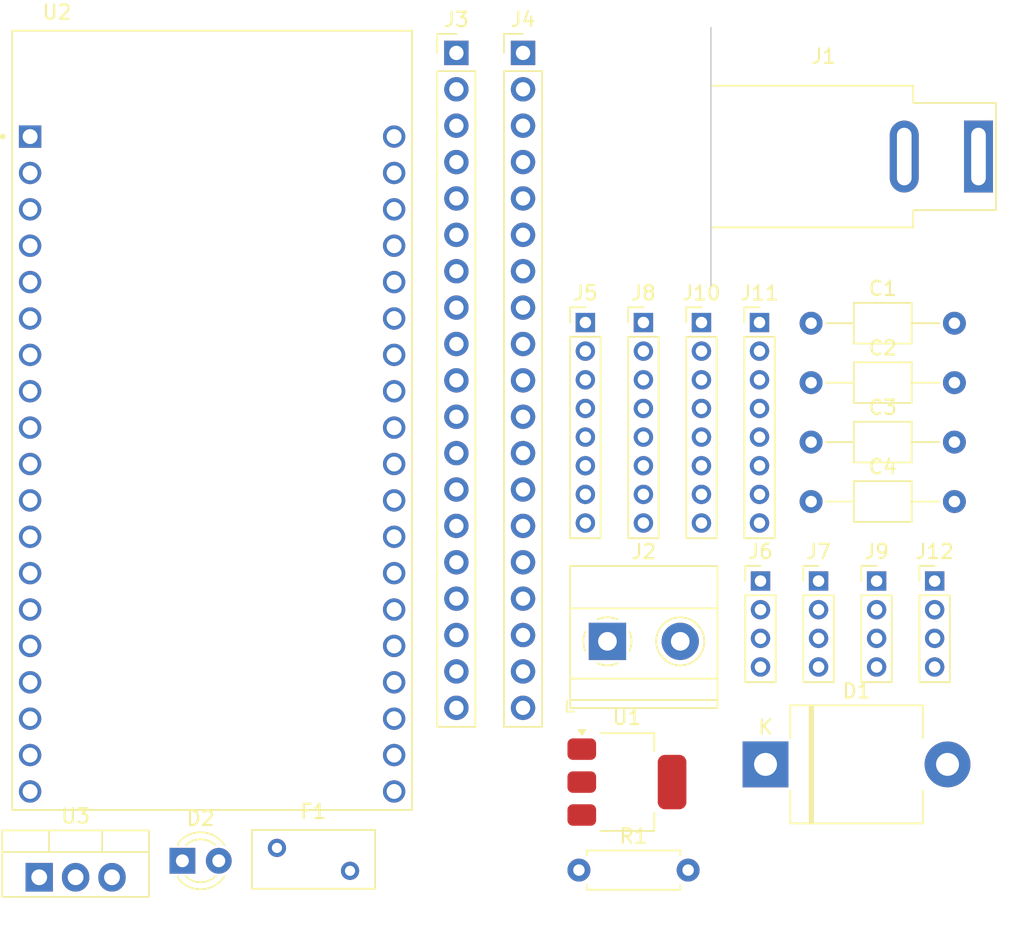
<source format=kicad_pcb>
(kicad_pcb (version 20240108) (generator "pcbnew") (generator_version "8.0")
  (layers (0 "F.Cu" signal) (31 "B.Cu" signal) (34 "B.Paste" user) (35 "F.Paste" user) (36 "B.SilkS" user "B.Silkscreen") (37 "F.SilkS" user "F.Silkscreen") (38 "B.Mask" user) (39 "F.Mask" user) (44 "Edge.Cuts" user))
  (net 0 "")
  (net 1 "+12V")
  (net 2 "Net-(U1-VI)")
  (net 3 "+3V3")
  (net 4 "Net-(U1-VO)")
  (net 5 "Net-(U3-IN)")
  (net 6 "+5V")
  (net 7 "Net-(U3-OUT)")
  (net 8 "Net-(D1-A)")
  (net 9 "Net-(D2-A)")
  (net 10 "GND")
  (net 11 "Net-(J3-Pin_1)")
  (net 12 "Net-(J3-Pin_10)")
  (net 13 "Net-(J3-Pin_7)")
  (net 14 "Net-(J3-Pin_9)")
  (net 15 "Net-(J3-Pin_18)")
  (net 16 "Net-(J3-Pin_17)")
  (net 17 "Net-(J3-Pin_16)")
  (net 18 "Net-(J3-Pin_12)")
  (net 19 "Net-(J3-Pin_5)")
  (net 20 "Net-(J3-Pin_11)")
  (net 21 "Net-(J3-Pin_13)")
  (net 22 "Net-(J3-Pin_6)")
  (net 23 "Net-(J3-Pin_2)")
  (net 24 "Net-(J3-Pin_8)")
  (net 25 "Net-(J3-Pin_19)")
  (net 26 "Net-(J3-Pin_14)")
  (net 27 "Net-(J3-Pin_4)")
  (net 28 "Net-(J3-Pin_15)")
  (net 29 "Net-(J3-Pin_3)")
  (net 30 "Net-(J4-Pin_15)")
  (net 31 "Net-(J4-Pin_12)")
  (net 32 "Net-(J4-Pin_13)")
  (net 33 "Net-(J4-Pin_14)")
  (net 34 "Net-(J4-Pin_10)")
  (net 35 "Net-(J4-Pin_19)")
  (net 36 "Net-(J4-Pin_18)")
  (net 37 "Net-(J4-Pin_8)")
  (net 38 "Net-(J4-Pin_4)")
  (net 39 "Net-(J4-Pin_17)")
  (net 40 "Net-(J4-Pin_7)")
  (net 41 "Net-(J4-Pin_11)")
  (net 42 "Net-(J4-Pin_16)")
  (net 43 "Net-(J4-Pin_3)")
  (net 44 "Net-(J4-Pin_1)")
  (net 45 "Net-(J4-Pin_6)")
  (net 46 "Net-(J4-Pin_2)")
  (net 47 "Net-(J4-Pin_9)")
  (net 48 "Net-(J4-Pin_5)")
  (footprint "Connector_PinHeader_2.00mm:PinHeader_1x08_P2.00mm_Vertical" (layer "F.Cu") (at 193.6 101.31)
    (property "Reference" "J8" (at 0 -2.06 0) (layer "F.SilkS"))
    (property "Value" "Conn_01x08_Pin")
    (fp_line (start -1.06 -1.06) (end 0 -1.06) (stroke (width 0.12)) (layer "F.SilkS"))
    (fp_line (start -1.06 0) (end -1.06 -1.06) (stroke (width 0.12)) (layer "F.SilkS"))
    (fp_line (start -1.06 1) (end -1.06 15.06) (stroke (width 0.12)) (layer "F.SilkS"))
    (fp_line (start -1.06 1) (end 1.06 1) (stroke (width 0.12)) (layer "F.SilkS"))
    (fp_line (start -1.06 15.06) (end 1.06 15.06) (stroke (width 0.12)) (layer "F.SilkS"))
    (fp_line (start 1.06 1) (end 1.06 15.06) (stroke (width 0.12)) (layer "F.SilkS"))
    (pad "1" thru_hole rect (at 0 0) (size 1.35 1.35) (drill 0.8) (layers "*.Cu" "*.Mask") (net 6 "+5V"))
    (pad "2" thru_hole oval (at 0 2) (size 1.35 1.35) (drill 0.8) (layers "*.Cu" "*.Mask") (net 6 "+5V"))
    (pad "3" thru_hole oval (at 0 4) (size 1.35 1.35) (drill 0.8) (layers "*.Cu" "*.Mask") (net 6 "+5V"))
    (pad "4" thru_hole oval (at 0 6) (size 1.35 1.35) (drill 0.8) (layers "*.Cu" "*.Mask") (net 6 "+5V"))
    (pad "5" thru_hole oval (at 0 8) (size 1.35 1.35) (drill 0.8) (layers "*.Cu" "*.Mask") (net 6 "+5V"))
    (pad "6" thru_hole oval (at 0 10) (size 1.35 1.35) (drill 0.8) (layers "*.Cu" "*.Mask") (net 6 "+5V"))
    (pad "7" thru_hole oval (at 0 12) (size 1.35 1.35) (drill 0.8) (layers "*.Cu" "*.Mask") (net 6 "+5V"))
    (pad "8" thru_hole oval (at 0 14) (size 1.35 1.35) (drill 0.8) (layers "*.Cu" "*.Mask") (net 6 "+5V"))
  )
  (footprint "Connector_PinHeader_2.00mm:PinHeader_1x04_P2.00mm_Vertical" (layer "F.Cu") (at 213.92 119.36)
    (property "Reference" "J12" (at 0 -2.06 0) (layer "F.SilkS"))
    (property "Value" "Conn_01x04_Pin")
    (fp_line (start -1.06 -1.06) (end 0 -1.06) (stroke (width 0.12)) (layer "F.SilkS"))
    (fp_line (start -1.06 0) (end -1.06 -1.06) (stroke (width 0.12)) (layer "F.SilkS"))
    (fp_line (start -1.06 1) (end -1.06 7.06) (stroke (width 0.12)) (layer "F.SilkS"))
    (fp_line (start -1.06 1) (end 1.06 1) (stroke (width 0.12)) (layer "F.SilkS"))
    (fp_line (start -1.06 7.06) (end 1.06 7.06) (stroke (width 0.12)) (layer "F.SilkS"))
    (fp_line (start 1.06 1) (end 1.06 7.06) (stroke (width 0.12)) (layer "F.SilkS"))
    (pad "1" thru_hole rect (at 0 0) (size 1.35 1.35) (drill 0.8) (layers "*.Cu" "*.Mask") (net 10 "GND"))
    (pad "2" thru_hole oval (at 0 2) (size 1.35 1.35) (drill 0.8) (layers "*.Cu" "*.Mask"))
    (pad "3" thru_hole oval (at 0 4) (size 1.35 1.35) (drill 0.8) (layers "*.Cu" "*.Mask"))
    (pad "4" thru_hole oval (at 0 6) (size 1.35 1.35) (drill 0.8) (layers "*.Cu" "*.Mask") (net 6 "+5V"))
  )
  (footprint "Connector_PinHeader_2.00mm:PinHeader_1x08_P2.00mm_Vertical" (layer "F.Cu") (at 201.7 101.31)
    (property "Reference" "J11" (at 0 -2.06 0) (layer "F.SilkS"))
    (property "Value" "Conn_01x08_Pin")
    (fp_line (start -1.06 -1.06) (end 0 -1.06) (stroke (width 0.12)) (layer "F.SilkS"))
    (fp_line (start -1.06 0) (end -1.06 -1.06) (stroke (width 0.12)) (layer "F.SilkS"))
    (fp_line (start -1.06 1) (end -1.06 15.06) (stroke (width 0.12)) (layer "F.SilkS"))
    (fp_line (start -1.06 1) (end 1.06 1) (stroke (width 0.12)) (layer "F.SilkS"))
    (fp_line (start -1.06 15.06) (end 1.06 15.06) (stroke (width 0.12)) (layer "F.SilkS"))
    (fp_line (start 1.06 1) (end 1.06 15.06) (stroke (width 0.12)) (layer "F.SilkS"))
    (pad "1" thru_hole rect (at 0 0) (size 1.35 1.35) (drill 0.8) (layers "*.Cu" "*.Mask") (net 3 "+3V3"))
    (pad "2" thru_hole oval (at 0 2) (size 1.35 1.35) (drill 0.8) (layers "*.Cu" "*.Mask") (net 3 "+3V3"))
    (pad "3" thru_hole oval (at 0 4) (size 1.35 1.35) (drill 0.8) (layers "*.Cu" "*.Mask") (net 3 "+3V3"))
    (pad "4" thru_hole oval (at 0 6) (size 1.35 1.35) (drill 0.8) (layers "*.Cu" "*.Mask") (net 3 "+3V3"))
    (pad "5" thru_hole oval (at 0 8) (size 1.35 1.35) (drill 0.8) (layers "*.Cu" "*.Mask") (net 3 "+3V3"))
    (pad "6" thru_hole oval (at 0 10) (size 1.35 1.35) (drill 0.8) (layers "*.Cu" "*.Mask") (net 3 "+3V3"))
    (pad "7" thru_hole oval (at 0 12) (size 1.35 1.35) (drill 0.8) (layers "*.Cu" "*.Mask") (net 3 "+3V3"))
    (pad "8" thru_hole oval (at 0 14) (size 1.35 1.35) (drill 0.8) (layers "*.Cu" "*.Mask") (net 3 "+3V3"))
  )
  (footprint "Connector_PinHeader_2.00mm:PinHeader_1x04_P2.00mm_Vertical" (layer "F.Cu") (at 201.77 119.36)
    (property "Reference" "J6" (at 0 -2.06 0) (layer "F.SilkS"))
    (property "Value" "Conn_01x04_Pin")
    (fp_line (start -1.06 -1.06) (end 0 -1.06) (stroke (width 0.12)) (layer "F.SilkS"))
    (fp_line (start -1.06 0) (end -1.06 -1.06) (stroke (width 0.12)) (layer "F.SilkS"))
    (fp_line (start -1.06 1) (end -1.06 7.06) (stroke (width 0.12)) (layer "F.SilkS"))
    (fp_line (start -1.06 1) (end 1.06 1) (stroke (width 0.12)) (layer "F.SilkS"))
    (fp_line (start -1.06 7.06) (end 1.06 7.06) (stroke (width 0.12)) (layer "F.SilkS"))
    (fp_line (start 1.06 1) (end 1.06 7.06) (stroke (width 0.12)) (layer "F.SilkS"))
    (pad "1" thru_hole rect (at 0 0) (size 1.35 1.35) (drill 0.8) (layers "*.Cu" "*.Mask") (net 10 "GND"))
    (pad "2" thru_hole oval (at 0 2) (size 1.35 1.35) (drill 0.8) (layers "*.Cu" "*.Mask"))
    (pad "3" thru_hole oval (at 0 4) (size 1.35 1.35) (drill 0.8) (layers "*.Cu" "*.Mask"))
    (pad "4" thru_hole oval (at 0 6) (size 1.35 1.35) (drill 0.8) (layers "*.Cu" "*.Mask") (net 6 "+5V"))
  )
  (footprint "Capacitor_THT:C_Axial_L3.8mm_D2.6mm_P10.00mm_Horizontal" (layer "F.Cu") (at 205.3 109.66)
    (property "Reference" "C3" (at 5 -2.42 0) (layer "F.SilkS"))
    (property "Value" "10 uF")
    (fp_line (start 1.04 0) (end 2.98 0) (stroke (width 0.12)) (layer "F.SilkS"))
    (fp_line (start 2.98 -1.42) (end 2.98 1.42) (stroke (width 0.12)) (layer "F.SilkS"))
    (fp_line (start 2.98 1.42) (end 7.02 1.42) (stroke (width 0.12)) (layer "F.SilkS"))
    (fp_line (start 7.02 -1.42) (end 2.98 -1.42) (stroke (width 0.12)) (layer "F.SilkS"))
    (fp_line (start 7.02 1.42) (end 7.02 -1.42) (stroke (width 0.12)) (layer "F.SilkS"))
    (fp_line (start 8.96 0) (end 7.02 0) (stroke (width 0.12)) (layer "F.SilkS"))
    (pad "1" thru_hole circle (at 0 0) (size 1.6 1.6) (drill 0.8) (layers "*.Cu" "*.Mask") (net 1 "+12V"))
    (pad "2" thru_hole oval (at 10 0) (size 1.6 1.6) (drill 0.8) (layers "*.Cu" "*.Mask"))
  )
  (footprint "Connector_PinHeader_2.00mm:PinHeader_1x04_P2.00mm_Vertical" (layer "F.Cu") (at 209.87 119.36)
    (property "Reference" "J9" (at 0 -2.06 0) (layer "F.SilkS"))
    (property "Value" "Conn_01x04_Pin")
    (fp_line (start -1.06 -1.06) (end 0 -1.06) (stroke (width 0.12)) (layer "F.SilkS"))
    (fp_line (start -1.06 0) (end -1.06 -1.06) (stroke (width 0.12)) (layer "F.SilkS"))
    (fp_line (start -1.06 1) (end -1.06 7.06) (stroke (width 0.12)) (layer "F.SilkS"))
    (fp_line (start -1.06 1) (end 1.06 1) (stroke (width 0.12)) (layer "F.SilkS"))
    (fp_line (start -1.06 7.06) (end 1.06 7.06) (stroke (width 0.12)) (layer "F.SilkS"))
    (fp_line (start 1.06 1) (end 1.06 7.06) (stroke (width 0.12)) (layer "F.SilkS"))
    (pad "1" thru_hole rect (at 0 0) (size 1.35 1.35) (drill 0.8) (layers "*.Cu" "*.Mask") (net 10 "GND"))
    (pad "2" thru_hole oval (at 0 2) (size 1.35 1.35) (drill 0.8) (layers "*.Cu" "*.Mask"))
    (pad "3" thru_hole oval (at 0 4) (size 1.35 1.35) (drill 0.8) (layers "*.Cu" "*.Mask"))
    (pad "4" thru_hole oval (at 0 6) (size 1.35 1.35) (drill 0.8) (layers "*.Cu" "*.Mask") (net 6 "+5V"))
  )
  (footprint "Fuse:Fuse_BelFuse_0ZRE0005FF_L8.3mm_W3.8mm" (layer "F.Cu") (at 168.03 137.99)
    (property "Reference" "F1" (at 2.54 -2.54 0) (layer "F.SilkS"))
    (property "Value" "Fuse")
    (fp_line (start -1.75 -1.25) (end -1.75 2.85) (stroke (width 0.12)) (layer "F.SilkS"))
    (fp_line (start -1.75 -1.25) (end 6.85 -1.25) (stroke (width 0.12)) (layer "F.SilkS"))
    (fp_line (start -1.75 2.85) (end 6.85 2.85) (stroke (width 0.12)) (layer "F.SilkS"))
    (fp_line (start 6.85 -1.25) (end 6.85 2.85) (stroke (width 0.12)) (layer "F.SilkS"))
    (pad "1" thru_hole circle (at 0 0) (size 1.27 1.27) (drill 0.71) (layers "*.Cu" "*.Mask") (net 1 "+12V"))
    (pad "2" thru_hole circle (at 5.1 1.6) (size 1.27 1.27) (drill 0.71) (layers "*.Cu" "*.Mask") (net 8 "Net-(D1-A)"))
  )
  (footprint "Connector_PinHeader_2.00mm:PinHeader_1x08_P2.00mm_Vertical" (layer "F.Cu") (at 189.55 101.31)
    (property "Reference" "J5" (at 0 -2.06 0) (layer "F.SilkS"))
    (property "Value" "Conn_01x08_Pin")
    (fp_line (start -1.06 -1.06) (end 0 -1.06) (stroke (width 0.12)) (layer "F.SilkS"))
    (fp_line (start -1.06 0) (end -1.06 -1.06) (stroke (width 0.12)) (layer "F.SilkS"))
    (fp_line (start -1.06 1) (end -1.06 15.06) (stroke (width 0.12)) (layer "F.SilkS"))
    (fp_line (start -1.06 1) (end 1.06 1) (stroke (width 0.12)) (layer "F.SilkS"))
    (fp_line (start -1.06 15.06) (end 1.06 15.06) (stroke (width 0.12)) (layer "F.SilkS"))
    (fp_line (start 1.06 1) (end 1.06 15.06) (stroke (width 0.12)) (layer "F.SilkS"))
    (pad "1" thru_hole rect (at 0 0) (size 1.35 1.35) (drill 0.8) (layers "*.Cu" "*.Mask") (net 1 "+12V"))
    (pad "2" thru_hole oval (at 0 2) (size 1.35 1.35) (drill 0.8) (layers "*.Cu" "*.Mask") (net 1 "+12V"))
    (pad "3" thru_hole oval (at 0 4) (size 1.35 1.35) (drill 0.8) (layers "*.Cu" "*.Mask") (net 1 "+12V"))
    (pad "4" thru_hole oval (at 0 6) (size 1.35 1.35) (drill 0.8) (layers "*.Cu" "*.Mask") (net 1 "+12V"))
    (pad "5" thru_hole oval (at 0 8) (size 1.35 1.35) (drill 0.8) (layers "*.Cu" "*.Mask") (net 1 "+12V"))
    (pad "6" thru_hole oval (at 0 10) (size 1.35 1.35) (drill 0.8) (layers "*.Cu" "*.Mask") (net 1 "+12V"))
    (pad "7" thru_hole oval (at 0 12) (size 1.35 1.35) (drill 0.8) (layers "*.Cu" "*.Mask") (net 1 "+12V"))
    (pad "8" thru_hole oval (at 0 14) (size 1.35 1.35) (drill 0.8) (layers "*.Cu" "*.Mask") (net 1 "+12V"))
  )
  (footprint "Package_TO_SOT_THT:TO-220-3_Vertical" (layer "F.Cu") (at 151.44 140.04)
    (property "Reference" "U3" (at 2.54 -4.27 0) (layer "F.SilkS"))
    (property "Value" "L7805")
    (fp_line (start -2.58 -3.27) (end -2.58 1.371) (stroke (width 0.12)) (layer "F.SilkS"))
    (fp_line (start -2.58 -3.27) (end 7.66 -3.27) (stroke (width 0.12)) (layer "F.SilkS"))
    (fp_line (start -2.58 -1.76) (end 7.66 -1.76) (stroke (width 0.12)) (layer "F.SilkS"))
    (fp_line (start -2.58 1.371) (end 7.66 1.371) (stroke (width 0.12)) (layer "F.SilkS"))
    (fp_line (start 0.69 -3.27) (end 0.69 -1.76) (stroke (width 0.12)) (layer "F.SilkS"))
    (fp_line (start 4.391 -3.27) (end 4.391 -1.76) (stroke (width 0.12)) (layer "F.SilkS"))
    (fp_line (start 7.66 -3.27) (end 7.66 1.371) (stroke (width 0.12)) (layer "F.SilkS"))
    (pad "1" thru_hole rect (at 0 0) (size 1.905 2) (drill 1.1) (layers "*.Cu" "*.Mask") (net 5 "Net-(U3-IN)"))
    (pad "2" thru_hole oval (at 2.54 0) (size 1.905 2) (drill 1.1) (layers "*.Cu" "*.Mask") (net 10 "GND"))
    (pad "3" thru_hole oval (at 5.08 0) (size 1.905 2) (drill 1.1) (layers "*.Cu" "*.Mask") (net 7 "Net-(U3-OUT)"))
  )
  (footprint "TerminalBlock_Phoenix:TerminalBlock_Phoenix_MKDS-1,5-2-5.08_1x02_P5.08mm_Horizontal" (layer "F.Cu") (at 191.09 123.57)
    (property "Reference" "J2" (at 2.54 -6.26 0) (layer "F.SilkS"))
    (property "Value" "Screw_Terminal_01x02")
    (fp_line (start -2.84 4.16) (end -2.84 4.9) (stroke (width 0.12)) (layer "F.SilkS"))
    (fp_line (start -2.84 4.9) (end -2.34 4.9) (stroke (width 0.12)) (layer "F.SilkS"))
    (fp_line (start -2.6 -5.261) (end -2.6 4.66) (stroke (width 0.12)) (layer "F.SilkS"))
    (fp_line (start -2.6 -5.261) (end 7.68 -5.261) (stroke (width 0.12)) (layer "F.SilkS"))
    (fp_line (start -2.6 -2.301) (end 7.68 -2.301) (stroke (width 0.12)) (layer "F.SilkS"))
    (fp_line (start -2.6 2.6) (end 7.68 2.6) (stroke (width 0.12)) (layer "F.SilkS"))
    (fp_line (start -2.6 4.1) (end 7.68 4.1) (stroke (width 0.12)) (layer "F.SilkS"))
    (fp_line (start -2.6 4.66) (end 7.68 4.66) (stroke (width 0.12)) (layer "F.SilkS"))
    (fp_line (start 3.853 1.023) (end 3.806 1.069) (stroke (width 0.12)) (layer "F.SilkS"))
    (fp_line (start 4.046 1.239) (end 4.011 1.274) (stroke (width 0.12)) (layer "F.SilkS"))
    (fp_line (start 6.15 -1.275) (end 6.115 -1.239) (stroke (width 0.12)) (layer "F.SilkS"))
    (fp_line (start 6.355 -1.069) (end 6.308 -1.023) (stroke (width 0.12)) (layer "F.SilkS"))
    (fp_line (start 7.68 -5.261) (end 7.68 4.66) (stroke (width 0.12)) (layer "F.SilkS"))
    (fp_arc (start -1.535427 0.683042) (mid -1.680501 -0.000524) (end -1.535 -0.684) (stroke (width 0.12)) (layer "F.SilkS"))
    (fp_arc (start -0.683042 -1.535427) (mid 0.000524 -1.680501) (end 0.684 -1.535) (stroke (width 0.12)) (layer "F.SilkS"))
    (fp_arc (start 0.028805 1.680253) (mid -0.335551 1.646659) (end -0.684 1.535) (stroke (width 0.12)) (layer "F.SilkS"))
    (fp_arc (start 0.683318 1.534756) (mid 0.349292 1.643288) (end 0 1.68) (stroke (width 0.12)) (layer "F.SilkS"))
    (fp_arc (start 1.535427 -0.683042) (mid 1.680501 0.000524) (end 1.535 0.684) (stroke (width 0.12)) (layer "F.SilkS"))
    (fp_circle (center 5.08 0) (end 6.76 0) (stroke (width 0.12)) (fill none) (layer "F.SilkS"))
    (pad "1" thru_hole rect (at 0 0) (size 2.6 2.6) (drill 1.3) (layers "*.Cu" "*.Mask") (net 1 "+12V"))
    (pad "2" thru_hole circle (at 5.08 0) (size 2.6 2.6) (drill 1.3) (layers "*.Cu" "*.Mask") (net 10 "GND"))
  )
  (footprint "Capacitor_THT:C_Axial_L3.8mm_D2.6mm_P10.00mm_Horizontal" (layer "F.Cu") (at 205.3 101.36)
    (property "Reference" "C1" (at 5 -2.42 0) (layer "F.SilkS"))
    (property "Value" "10 uF")
    (fp_line (start 1.04 0) (end 2.98 0) (stroke (width 0.12)) (layer "F.SilkS"))
    (fp_line (start 2.98 -1.42) (end 2.98 1.42) (stroke (width 0.12)) (layer "F.SilkS"))
    (fp_line (start 2.98 1.42) (end 7.02 1.42) (stroke (width 0.12)) (layer "F.SilkS"))
    (fp_line (start 7.02 -1.42) (end 2.98 -1.42) (stroke (width 0.12)) (layer "F.SilkS"))
    (fp_line (start 7.02 1.42) (end 7.02 -1.42) (stroke (width 0.12)) (layer "F.SilkS"))
    (fp_line (start 8.96 0) (end 7.02 0) (stroke (width 0.12)) (layer "F.SilkS"))
    (pad "1" thru_hole circle (at 0 0) (size 1.6 1.6) (drill 0.8) (layers "*.Cu" "*.Mask"))
    (pad "2" thru_hole oval (at 10 0) (size 1.6 1.6) (drill 0.8) (layers "*.Cu" "*.Mask"))
  )
  (footprint "Diode_THT:D_5KPW_P12.70mm_Horizontal" (layer "F.Cu") (at 202.12 132.16)
    (property "Reference" "D1" (at 6.35 -5.12 0) (layer "F.SilkS"))
    (property "Value" "D")
    (fp_line (start 1.73 -4.12) (end 10.97 -4.12) (stroke (width 0.12)) (layer "F.SilkS"))
    (fp_line (start 1.73 -1.84) (end 1.73 -4.12) (stroke (width 0.12)) (layer "F.SilkS"))
    (fp_line (start 1.73 1.84) (end 1.73 4.12) (stroke (width 0.12)) (layer "F.SilkS"))
    (fp_line (start 1.73 4.12) (end 10.97 4.12) (stroke (width 0.12)) (layer "F.SilkS"))
    (fp_line (start 3.08 -4.12) (end 3.08 4.12) (stroke (width 0.12)) (layer "F.SilkS"))
    (fp_line (start 3.2 -4.12) (end 3.2 4.12) (stroke (width 0.12)) (layer "F.SilkS"))
    (fp_line (start 3.32 -4.12) (end 3.32 4.12) (stroke (width 0.12)) (layer "F.SilkS"))
    (fp_line (start 10.97 -4.12) (end 10.97 -1.84) (stroke (width 0.12)) (layer "F.SilkS"))
    (fp_line (start 10.97 4.12) (end 10.97 1.84) (stroke (width 0.12)) (layer "F.SilkS"))
    (fp_text user "K" (at 0 -2.6 0) (layer "F.SilkS"))
    (pad "1" thru_hole rect (at 0 0) (size 3.2 3.2) (drill 1.6) (layers "*.Cu" "*.Mask") (net 1 "+12V"))
    (pad "2" thru_hole oval (at 12.7 0) (size 3.2 3.2) (drill 1.6) (layers "*.Cu" "*.Mask"))
  )
  (footprint "Resistor_THT:R_Axial_DIN0207_L6.3mm_D2.5mm_P7.62mm_Horizontal" (layer "F.Cu") (at 189.1 139.54)
    (property "Reference" "R1" (at 3.81 -2.37 0) (layer "F.SilkS"))
    (property "Value" "R")
    (fp_line (start 0.54 -1.37) (end 7.08 -1.37) (stroke (width 0.12)) (layer "F.SilkS"))
    (fp_line (start 0.54 -1.04) (end 0.54 -1.37) (stroke (width 0.12)) (layer "F.SilkS"))
    (fp_line (start 0.54 1.04) (end 0.54 1.37) (stroke (width 0.12)) (layer "F.SilkS"))
    (fp_line (start 0.54 1.37) (end 7.08 1.37) (stroke (width 0.12)) (layer "F.SilkS"))
    (fp_line (start 7.08 -1.37) (end 7.08 -1.04) (stroke (width 0.12)) (layer "F.SilkS"))
    (fp_line (start 7.08 1.37) (end 7.08 1.04) (stroke (width 0.12)) (layer "F.SilkS"))
    (pad "1" thru_hole circle (at 0 0) (size 1.6 1.6) (drill 0.8) (layers "*.Cu" "*.Mask") (net 6 "+5V"))
    (pad "2" thru_hole oval (at 7.62 0) (size 1.6 1.6) (drill 0.8) (layers "*.Cu" "*.Mask") (net 9 "Net-(D2-A)"))
  )
  (footprint "Capacitor_THT:C_Axial_L3.8mm_D2.6mm_P10.00mm_Horizontal" (layer "F.Cu") (at 205.3 113.81)
    (property "Reference" "C4" (at 5 -2.42 0) (layer "F.SilkS"))
    (property "Value" "10 uF")
    (fp_line (start 1.04 0) (end 2.98 0) (stroke (width 0.12)) (layer "F.SilkS"))
    (fp_line (start 2.98 -1.42) (end 2.98 1.42) (stroke (width 0.12)) (layer "F.SilkS"))
    (fp_line (start 2.98 1.42) (end 7.02 1.42) (stroke (width 0.12)) (layer "F.SilkS"))
    (fp_line (start 7.02 -1.42) (end 2.98 -1.42) (stroke (width 0.12)) (layer "F.SilkS"))
    (fp_line (start 7.02 1.42) (end 7.02 -1.42) (stroke (width 0.12)) (layer "F.SilkS"))
    (fp_line (start 8.96 0) (end 7.02 0) (stroke (width 0.12)) (layer "F.SilkS"))
    (pad "1" thru_hole circle (at 0 0) (size 1.6 1.6) (drill 0.8) (layers "*.Cu" "*.Mask"))
    (pad "2" thru_hole oval (at 10 0) (size 1.6 1.6) (drill 0.8) (layers "*.Cu" "*.Mask"))
  )
  (footprint "Connector_PinHeader_2.54mm:PinHeader_1x19_P2.54mm_Vertical" (layer "F.Cu") (at 185.2 82.49)
    (property "Reference" "J4" (at 0 -2.33 0) (layer "F.SilkS"))
    (property "Value" "Conn_01x19_Pin")
    (fp_line (start -1.33 -1.33) (end 0 -1.33) (stroke (width 0.12)) (layer "F.SilkS"))
    (fp_line (start -1.33 0) (end -1.33 -1.33) (stroke (width 0.12)) (layer "F.SilkS"))
    (fp_line (start -1.33 1.27) (end -1.33 47.05) (stroke (width 0.12)) (layer "F.SilkS"))
    (fp_line (start -1.33 1.27) (end 1.33 1.27) (stroke (width 0.12)) (layer "F.SilkS"))
    (fp_line (start -1.33 47.05) (end 1.33 47.05) (stroke (width 0.12)) (layer "F.SilkS"))
    (fp_line (start 1.33 1.27) (end 1.33 47.05) (stroke (width 0.12)) (layer "F.SilkS"))
    (pad "1" thru_hole rect (at 0 0) (size 1.7 1.7) (drill 1) (layers "*.Cu" "*.Mask"))
    (pad "2" thru_hole oval (at 0 2.54) (size 1.7 1.7) (drill 1) (layers "*.Cu" "*.Mask"))
    (pad "3" thru_hole oval (at 0 5.08) (size 1.7 1.7) (drill 1) (layers "*.Cu" "*.Mask"))
    (pad "4" thru_hole oval (at 0 7.62) (size 1.7 1.7) (drill 1) (layers "*.Cu" "*.Mask"))
    (pad "5" thru_hole oval (at 0 10.16) (size 1.7 1.7) (drill 1) (layers "*.Cu" "*.Mask"))
    (pad "6" thru_hole oval (at 0 12.7) (size 1.7 1.7) (drill 1) (layers "*.Cu" "*.Mask"))
    (pad "7" thru_hole oval (at 0 15.24) (size 1.7 1.7) (drill 1) (layers "*.Cu" "*.Mask"))
    (pad "8" thru_hole oval (at 0 17.78) (size 1.7 1.7) (drill 1) (layers "*.Cu" "*.Mask"))
    (pad "9" thru_hole oval (at 0 20.32) (size 1.7 1.7) (drill 1) (layers "*.Cu" "*.Mask"))
    (pad "10" thru_hole oval (at 0 22.86) (size 1.7 1.7) (drill 1) (layers "*.Cu" "*.Mask"))
    (pad "11" thru_hole oval (at 0 25.4) (size 1.7 1.7) (drill 1) (layers "*.Cu" "*.Mask"))
    (pad "12" thru_hole oval (at 0 27.94) (size 1.7 1.7) (drill 1) (layers "*.Cu" "*.Mask"))
    (pad "13" thru_hole oval (at 0 30.48) (size 1.7 1.7) (drill 1) (layers "*.Cu" "*.Mask"))
    (pad "14" thru_hole oval (at 0 33.02) (size 1.7 1.7) (drill 1) (layers "*.Cu" "*.Mask"))
    (pad "15" thru_hole oval (at 0 35.56) (size 1.7 1.7) (drill 1) (layers "*.Cu" "*.Mask"))
    (pad "16" thru_hole oval (at 0 38.1) (size 1.7 1.7) (drill 1) (layers "*.Cu" "*.Mask"))
    (pad "17" thru_hole oval (at 0 40.64) (size 1.7 1.7) (drill 1) (layers "*.Cu" "*.Mask"))
    (pad "18" thru_hole oval (at 0 43.18) (size 1.7 1.7) (drill 1) (layers "*.Cu" "*.Mask"))
    (pad "19" thru_hole oval (at 0 45.72) (size 1.7 1.7) (drill 1) (layers "*.Cu" "*.Mask"))
  )
  (footprint "ESP32-DEVKITC-32D:MODULE_ESP32-DEVKITC-32D" (layer "F.Cu") (at 163.505 108.09)
    (property "Reference" "U2" (at -10.829175 -28.446045 0) (layer "F.SilkS") (effects (font (size 1.000386 1.000386))))
    (property "Value" "ESP32-DEVKITC-32D")
    (fp_line (start -13.95 -27.15) (end 13.95 -27.15) (stroke (width 0.127)) (layer "F.SilkS"))
    (fp_line (start -13.95 27.25) (end -13.95 -27.15) (stroke (width 0.127)) (layer "F.SilkS"))
    (fp_line (start 13.95 -27.15) (end 13.95 27.25) (stroke (width 0.127)) (layer "F.SilkS"))
    (fp_line (start 13.95 27.25) (end -13.95 27.25) (stroke (width 0.127)) (layer "F.SilkS"))
    (fp_circle (center -14.6 -19.76) (end -14.5 -19.76) (stroke (width 0.2)) (fill none) (layer "F.SilkS"))
    (pad "J2-1" thru_hole rect (at -12.7 -19.76) (size 1.56 1.56) (drill 1.04) (layers "*.Cu" "*.Mask") (net 11 "Net-(J3-Pin_1)"))
    (pad "J2-2" thru_hole circle (at -12.7 -17.22) (size 1.56 1.56) (drill 1.04) (layers "*.Cu" "*.Mask") (net 23 "Net-(J3-Pin_2)"))
    (pad "J2-3" thru_hole circle (at -12.7 -14.68) (size 1.56 1.56) (drill 1.04) (layers "*.Cu" "*.Mask") (net 29 "Net-(J3-Pin_3)"))
    (pad "J2-4" thru_hole circle (at -12.7 -12.14) (size 1.56 1.56) (drill 1.04) (layers "*.Cu" "*.Mask") (net 27 "Net-(J3-Pin_4)"))
    (pad "J2-5" thru_hole circle (at -12.7 -9.6) (size 1.56 1.56) (drill 1.04) (layers "*.Cu" "*.Mask") (net 19 "Net-(J3-Pin_5)"))
    (pad "J2-6" thru_hole circle (at -12.7 -7.06) (size 1.56 1.56) (drill 1.04) (layers "*.Cu" "*.Mask") (net 22 "Net-(J3-Pin_6)"))
    (pad "J2-7" thru_hole circle (at -12.7 -4.52) (size 1.56 1.56) (drill 1.04) (layers "*.Cu" "*.Mask") (net 13 "Net-(J3-Pin_7)"))
    (pad "J2-8" thru_hole circle (at -12.7 -1.98) (size 1.56 1.56) (drill 1.04) (layers "*.Cu" "*.Mask") (net 24 "Net-(J3-Pin_8)"))
    (pad "J2-9" thru_hole circle (at -12.7 0.56) (size 1.56 1.56) (drill 1.04) (layers "*.Cu" "*.Mask") (net 14 "Net-(J3-Pin_9)"))
    (pad "J2-10" thru_hole circle (at -12.7 3.1) (size 1.56 1.56) (drill 1.04) (layers "*.Cu" "*.Mask") (net 12 "Net-(J3-Pin_10)"))
    (pad "J2-11" thru_hole circle (at -12.7 5.64) (size 1.56 1.56) (drill 1.04) (layers "*.Cu" "*.Mask") (net 20 "Net-(J3-Pin_11)"))
    (pad "J2-12" thru_hole circle (at -12.7 8.18) (size 1.56 1.56) (drill 1.04) (layers "*.Cu" "*.Mask") (net 18 "Net-(J3-Pin_12)"))
    (pad "J2-13" thru_hole circle (at -12.7 10.72) (size 1.56 1.56) (drill 1.04) (layers "*.Cu" "*.Mask") (net 21 "Net-(J3-Pin_13)"))
    (pad "J2-14" thru_hole circle (at -12.7 13.26) (size 1.56 1.56) (drill 1.04) (layers "*.Cu" "*.Mask") (net 26 "Net-(J3-Pin_14)"))
    (pad "J2-15" thru_hole circle (at -12.7 15.8) (size 1.56 1.56) (drill 1.04) (layers "*.Cu" "*.Mask") (net 28 "Net-(J3-Pin_15)"))
    (pad "J2-16" thru_hole circle (at -12.7 18.34) (size 1.56 1.56) (drill 1.04) (layers "*.Cu" "*.Mask") (net 17 "Net-(J3-Pin_16)"))
    (pad "J2-17" thru_hole circle (at -12.7 20.88) (size 1.56 1.56) (drill 1.04) (layers "*.Cu" "*.Mask") (net 16 "Net-(J3-Pin_17)"))
    (pad "J2-18" thru_hole circle (at -12.7 23.42) (size 1.56 1.56) (drill 1.04) (layers "*.Cu" "*.Mask") (net 15 "Net-(J3-Pin_18)"))
    (pad "J2-19" thru_hole circle (at -12.7 25.96) (size 1.56 1.56) (drill 1.04) (layers "*.Cu" "*.Mask") (net 25 "Net-(J3-Pin_19)"))
    (pad "J3-1" thru_hole circle (at 12.7 -19.76) (size 1.56 1.56) (drill 1.04) (layers "*.Cu" "*.Mask") (net 35 "Net-(J4-Pin_19)"))
    (pad "J3-2" thru_hole circle (at 12.7 -17.22) (size 1.56 1.56) (drill 1.04) (layers "*.Cu" "*.Mask") (net 36 "Net-(J4-Pin_18)"))
    (pad "J3-3" thru_hole circle (at 12.7 -14.68) (size 1.56 1.56) (drill 1.04) (layers "*.Cu" "*.Mask") (net 39 "Net-(J4-Pin_17)"))
    (pad "J3-4" thru_hole circle (at 12.7 -12.14) (size 1.56 1.56) (drill 1.04) (layers "*.Cu" "*.Mask") (net 42 "Net-(J4-Pin_16)"))
    (pad "J3-5" thru_hole circle (at 12.7 -9.6) (size 1.56 1.56) (drill 1.04) (layers "*.Cu" "*.Mask") (net 30 "Net-(J4-Pin_15)"))
    (pad "J3-6" thru_hole circle (at 12.7 -7.06) (size 1.56 1.56) (drill 1.04) (layers "*.Cu" "*.Mask") (net 33 "Net-(J4-Pin_14)"))
    (pad "J3-7" thru_hole circle (at 12.7 -4.52) (size 1.56 1.56) (drill 1.04) (layers "*.Cu" "*.Mask") (net 32 "Net-(J4-Pin_13)"))
    (pad "J3-8" thru_hole circle (at 12.7 -1.98) (size 1.56 1.56) (drill 1.04) (layers "*.Cu" "*.Mask") (net 31 "Net-(J4-Pin_12)"))
    (pad "J3-9" thru_hole circle (at 12.7 0.56) (size 1.56 1.56) (drill 1.04) (layers "*.Cu" "*.Mask") (net 41 "Net-(J4-Pin_11)"))
    (pad "J3-10" thru_hole circle (at 12.7 3.1) (size 1.56 1.56) (drill 1.04) (layers "*.Cu" "*.Mask") (net 34 "Net-(J4-Pin_10)"))
    (pad "J3-11" thru_hole circle (at 12.7 5.64) (size 1.56 1.56) (drill 1.04) (layers "*.Cu" "*.Mask") (net 47 "Net-(J4-Pin_9)"))
    (pad "J3-12" thru_hole circle (at 12.7 8.18) (size 1.56 1.56) (drill 1.04) (layers "*.Cu" "*.Mask") (net 37 "Net-(J4-Pin_8)"))
    (pad "J3-13" thru_hole circle (at 12.7 10.72) (size 1.56 1.56) (drill 1.04) (layers "*.Cu" "*.Mask") (net 40 "Net-(J4-Pin_7)"))
    (pad "J3-14" thru_hole circle (at 12.7 13.26) (size 1.56 1.56) (drill 1.04) (layers "*.Cu" "*.Mask") (net 45 "Net-(J4-Pin_6)"))
    (pad "J3-15" thru_hole circle (at 12.7 15.8) (size 1.56 1.56) (drill 1.04) (layers "*.Cu" "*.Mask") (net 48 "Net-(J4-Pin_5)"))
    (pad "J3-16" thru_hole circle (at 12.7 18.34) (size 1.56 1.56) (drill 1.04) (layers "*.Cu" "*.Mask") (net 38 "Net-(J4-Pin_4)"))
    (pad "J3-17" thru_hole circle (at 12.7 20.88) (size 1.56 1.56) (drill 1.04) (layers "*.Cu" "*.Mask") (net 43 "Net-(J4-Pin_3)"))
    (pad "J3-18" thru_hole circle (at 12.7 23.42) (size 1.56 1.56) (drill 1.04) (layers "*.Cu" "*.Mask") (net 46 "Net-(J4-Pin_2)"))
    (pad "J3-19" thru_hole circle (at 12.7 25.96) (size 1.56 1.56) (drill 1.04) (layers "*.Cu" "*.Mask") (net 44 "Net-(J4-Pin_1)"))
  )
  (footprint "Package_TO_SOT_SMD:SOT-223-3_TabPin2" (layer "F.Cu") (at 192.45 133.395)
    (property "Reference" "U1" (at 0 -4.5 0) (layer "F.SilkS"))
    (property "Value" "AMS1117-3.3")
    (fp_line (start -1.85 -3.41) (end 1.91 -3.41) (stroke (width 0.12)) (layer "F.SilkS"))
    (fp_line (start -1.85 3.41) (end 1.91 3.41) (stroke (width 0.12)) (layer "F.SilkS"))
    (fp_line (start 1.91 -3.41) (end 1.91 -2.15) (stroke (width 0.12)) (layer "F.SilkS"))
    (fp_line (start 1.91 3.41) (end 1.91 2.15) (stroke (width 0.12)) (layer "F.SilkS"))
    (fp_poly (pts (xy -3.13 -3.31) (xy -3.37 -3.64) (xy -2.89 -3.64) (xy -3.13 -3.31)) (stroke (width 0.12)) (fill solid) (layer "F.SilkS"))
    (pad "1" smd roundrect (at -3.15 -2.3) (size 2 1.5) (layers "F.Cu" "F.Paste" "F.Mask") (net 10 "GND"))
    (pad "2" smd roundrect (at -3.15 0) (size 2 1.5) (layers "F.Cu" "F.Paste" "F.Mask") (net 4 "Net-(U1-VO)"))
    (pad "2" smd roundrect (at 3.15 0) (size 2 3.8) (layers "F.Cu" "F.Paste" "F.Mask") (net 4 "Net-(U1-VO)"))
    (pad "3" smd roundrect (at -3.15 2.3) (size 2 1.5) (layers "F.Cu" "F.Paste" "F.Mask") (net 2 "Net-(U1-VI)"))
  )
  (footprint "Connector_PinHeader_2.54mm:PinHeader_1x19_P2.54mm_Vertical" (layer "F.Cu") (at 180.55 82.49)
    (property "Reference" "J3" (at 0 -2.33 0) (layer "F.SilkS"))
    (property "Value" "Conn_01x19_Pin")
    (fp_line (start -1.33 -1.33) (end 0 -1.33) (stroke (width 0.12)) (layer "F.SilkS"))
    (fp_line (start -1.33 0) (end -1.33 -1.33) (stroke (width 0.12)) (layer "F.SilkS"))
    (fp_line (start -1.33 1.27) (end -1.33 47.05) (stroke (width 0.12)) (layer "F.SilkS"))
    (fp_line (start -1.33 1.27) (end 1.33 1.27) (stroke (width 0.12)) (layer "F.SilkS"))
    (fp_line (start -1.33 47.05) (end 1.33 47.05) (stroke (width 0.12)) (layer "F.SilkS"))
    (fp_line (start 1.33 1.27) (end 1.33 47.05) (stroke (width 0.12)) (layer "F.SilkS"))
    (pad "1" thru_hole rect (at 0 0) (size 1.7 1.7) (drill 1) (layers "*.Cu" "*.Mask"))
    (pad "2" thru_hole oval (at 0 2.54) (size 1.7 1.7) (drill 1) (layers "*.Cu" "*.Mask"))
    (pad "3" thru_hole oval (at 0 5.08) (size 1.7 1.7) (drill 1) (layers "*.Cu" "*.Mask"))
    (pad "4" thru_hole oval (at 0 7.62) (size 1.7 1.7) (drill 1) (layers "*.Cu" "*.Mask"))
    (pad "5" thru_hole oval (at 0 10.16) (size 1.7 1.7) (drill 1) (layers "*.Cu" "*.Mask"))
    (pad "6" thru_hole oval (at 0 12.7) (size 1.7 1.7) (drill 1) (layers "*.Cu" "*.Mask"))
    (pad "7" thru_hole oval (at 0 15.24) (size 1.7 1.7) (drill 1) (layers "*.Cu" "*.Mask"))
    (pad "8" thru_hole oval (at 0 17.78) (size 1.7 1.7) (drill 1) (layers "*.Cu" "*.Mask"))
    (pad "9" thru_hole oval (at 0 20.32) (size 1.7 1.7) (drill 1) (layers "*.Cu" "*.Mask"))
    (pad "10" thru_hole oval (at 0 22.86) (size 1.7 1.7) (drill 1) (layers "*.Cu" "*.Mask"))
    (pad "11" thru_hole oval (at 0 25.4) (size 1.7 1.7) (drill 1) (layers "*.Cu" "*.Mask"))
    (pad "12" thru_hole oval (at 0 27.94) (size 1.7 1.7) (drill 1) (layers "*.Cu" "*.Mask"))
    (pad "13" thru_hole oval (at 0 30.48) (size 1.7 1.7) (drill 1) (layers "*.Cu" "*.Mask"))
    (pad "14" thru_hole oval (at 0 33.02) (size 1.7 1.7) (drill 1) (layers "*.Cu" "*.Mask"))
    (pad "15" thru_hole oval (at 0 35.56) (size 1.7 1.7) (drill 1) (layers "*.Cu" "*.Mask"))
    (pad "16" thru_hole oval (at 0 38.1) (size 1.7 1.7) (drill 1) (layers "*.Cu" "*.Mask"))
    (pad "17" thru_hole oval (at 0 40.64) (size 1.7 1.7) (drill 1) (layers "*.Cu" "*.Mask"))
    (pad "18" thru_hole oval (at 0 43.18) (size 1.7 1.7) (drill 1) (layers "*.Cu" "*.Mask"))
    (pad "19" thru_hole oval (at 0 45.72) (size 1.7 1.7) (drill 1) (layers "*.Cu" "*.Mask"))
  )
  (footprint "Connector_PinHeader_2.00mm:PinHeader_1x04_P2.00mm_Vertical" (layer "F.Cu") (at 205.82 119.36)
    (property "Reference" "J7" (at 0 -2.06 0) (layer "F.SilkS"))
    (property "Value" "Conn_01x04_Pin")
    (fp_line (start -1.06 -1.06) (end 0 -1.06) (stroke (width 0.12)) (layer "F.SilkS"))
    (fp_line (start -1.06 0) (end -1.06 -1.06) (stroke (width 0.12)) (layer "F.SilkS"))
    (fp_line (start -1.06 1) (end -1.06 7.06) (stroke (width 0.12)) (layer "F.SilkS"))
    (fp_line (start -1.06 1) (end 1.06 1) (stroke (width 0.12)) (layer "F.SilkS"))
    (fp_line (start -1.06 7.06) (end 1.06 7.06) (stroke (width 0.12)) (layer "F.SilkS"))
    (fp_line (start 1.06 1) (end 1.06 7.06) (stroke (width 0.12)) (layer "F.SilkS"))
    (pad "1" thru_hole rect (at 0 0) (size 1.35 1.35) (drill 0.8) (layers "*.Cu" "*.Mask") (net 10 "GND"))
    (pad "2" thru_hole oval (at 0 2) (size 1.35 1.35) (drill 0.8) (layers "*.Cu" "*.Mask"))
    (pad "3" thru_hole oval (at 0 4) (size 1.35 1.35) (drill 0.8) (layers "*.Cu" "*.Mask"))
    (pad "4" thru_hole oval (at 0 6) (size 1.35 1.35) (drill 0.8) (layers "*.Cu" "*.Mask") (net 6 "+5V"))
  )
  (footprint "Connector_PinHeader_2.00mm:PinHeader_1x08_P2.00mm_Vertical" (layer "F.Cu") (at 197.65 101.31)
    (property "Reference" "J10" (at 0 -2.06 0) (layer "F.SilkS"))
    (property "Value" "Conn_01x08_Pin")
    (fp_line (start -1.06 -1.06) (end 0 -1.06) (stroke (width 0.12)) (layer "F.SilkS"))
    (fp_line (start -1.06 0) (end -1.06 -1.06) (stroke (width 0.12)) (layer "F.SilkS"))
    (fp_line (start -1.06 1) (end -1.06 15.06) (stroke (width 0.12)) (layer "F.SilkS"))
    (fp_line (start -1.06 1) (end 1.06 1) (stroke (width 0.12)) (layer "F.SilkS"))
    (fp_line (start -1.06 15.06) (end 1.06 15.06) (stroke (width 0.12)) (layer "F.SilkS"))
    (fp_line (start 1.06 1) (end 1.06 15.06) (stroke (width 0.12)) (layer "F.SilkS"))
    (pad "1" thru_hole rect (at 0 0) (size 1.35 1.35) (drill 0.8) (layers "*.Cu" "*.Mask") (net 10 "GND"))
    (pad "2" thru_hole oval (at 0 2) (size 1.35 1.35) (drill 0.8) (layers "*.Cu" "*.Mask") (net 10 "GND"))
    (pad "3" thru_hole oval (at 0 4) (size 1.35 1.35) (drill 0.8) (layers "*.Cu" "*.Mask") (net 10 "GND"))
    (pad "4" thru_hole oval (at 0 6) (size 1.35 1.35) (drill 0.8) (layers "*.Cu" "*.Mask") (net 10 "GND"))
    (pad "5" thru_hole oval (at 0 8) (size 1.35 1.35) (drill 0.8) (layers "*.Cu" "*.Mask") (net 10 "GND"))
    (pad "6" thru_hole oval (at 0 10) (size 1.35 1.35) (drill 0.8) (layers "*.Cu" "*.Mask") (net 10 "GND"))
    (pad "7" thru_hole oval (at 0 12) (size 1.35 1.35) (drill 0.8) (layers "*.Cu" "*.Mask") (net 10 "GND"))
    (pad "8" thru_hole oval (at 0 14) (size 1.35 1.35) (drill 0.8) (layers "*.Cu" "*.Mask") (net 10 "GND"))
  )
  (footprint "Connector_BarrelJack:BarrelJack_SwitchcraftConxall_RAPC10U_Horizontal" (layer "F.Cu") (at 216.98 89.725)
    (property "Reference" "J1" (at -10.8 -7 0) (layer "F.SilkS"))
    (property "Value" "Jack-DC")
    (fp_line (start -18.55 4.945) (end -4.55 4.945) (stroke (width 0.12)) (layer "F.SilkS"))
    (fp_line (start -4.55 -4.945) (end -18.55 -4.945) (stroke (width 0.12)) (layer "F.SilkS"))
    (fp_line (start -4.55 -3.74) (end -4.55 -4.945) (stroke (width 0.12)) (layer "F.SilkS"))
    (fp_line (start -4.55 3.74) (end 1.22 3.74) (stroke (width 0.12)) (layer "F.SilkS"))
    (fp_line (start -4.55 4.945) (end -4.55 3.74) (stroke (width 0.12)) (layer "F.SilkS"))
    (fp_line (start 1.22 -3.74) (end -4.55 -3.74) (stroke (width 0.12)) (layer "F.SilkS"))
    (fp_line (start 1.22 3.74) (end 1.22 -3.74) (stroke (width 0.12)) (layer "F.SilkS"))
    (fp_line (start -18.67 -9) (end -18.67 9) (stroke (width 0.12)) (layer "Edge.Cuts"))
    (pad "1" thru_hole rect (at 0 0) (size 2.02 5.02) (drill oval 1.02 4.02) (layers "*.Cu" "*.Mask") (net 1 "+12V"))
    (pad "2" thru_hole oval (at -5.18 0) (size 2.02 5.02) (drill oval 1.02 4.02) (layers "*.Cu" "*.Mask") (net 10 "GND"))
  )
  (footprint "LED_THT:LED_D3.0mm" (layer "F.Cu") (at 161.43 138.89)
    (property "Reference" "D2" (at 1.27 -2.96 0) (layer "F.SilkS"))
    (property "Value" "LED")
    (fp_line (start -0.29 -1.236) (end -0.29 -1.08) (stroke (width 0.12)) (layer "F.SilkS"))
    (fp_line (start -0.29 1.08) (end -0.29 1.236) (stroke (width 0.12)) (layer "F.SilkS"))
    (fp_arc (start -0.29 -1.235516) (mid 1.366487 -1.987659) (end 2.942335 -1.078608) (stroke (width 0.12)) (layer "F.SilkS"))
    (fp_arc (start 0.229039 -1.08) (mid 1.270117 -1.5) (end 2.31113 -1.079837) (stroke (width 0.12)) (layer "F.SilkS"))
    (fp_arc (start 2.31113 1.079837) (mid 1.270117 1.5) (end 0.229039 1.08) (stroke (width 0.12)) (layer "F.SilkS"))
    (fp_arc (start 2.942335 1.078608) (mid 1.366487 1.987659) (end -0.29 1.235516) (stroke (width 0.12)) (layer "F.SilkS"))
    (pad "1" thru_hole rect (at 0 0) (size 1.8 1.8) (drill 0.9) (layers "*.Cu" "*.Mask"))
    (pad "2" thru_hole circle (at 2.54 0) (size 1.8 1.8) (drill 0.9) (layers "*.Cu" "*.Mask"))
  )
  (footprint "Capacitor_THT:C_Axial_L3.8mm_D2.6mm_P10.00mm_Horizontal" (layer "F.Cu") (at 205.3 105.51)
    (property "Reference" "C2" (at 5 -2.42 0) (layer "F.SilkS"))
    (property "Value" "10 uF")
    (fp_line (start 1.04 0) (end 2.98 0) (stroke (width 0.12)) (layer "F.SilkS"))
    (fp_line (start 2.98 -1.42) (end 2.98 1.42) (stroke (width 0.12)) (layer "F.SilkS"))
    (fp_line (start 2.98 1.42) (end 7.02 1.42) (stroke (width 0.12)) (layer "F.SilkS"))
    (fp_line (start 7.02 -1.42) (end 2.98 -1.42) (stroke (width 0.12)) (layer "F.SilkS"))
    (fp_line (start 7.02 1.42) (end 7.02 -1.42) (stroke (width 0.12)) (layer "F.SilkS"))
    (fp_line (start 8.96 0) (end 7.02 0) (stroke (width 0.12)) (layer "F.SilkS"))
    (pad "1" thru_hole circle (at 0 0) (size 1.6 1.6) (drill 0.8) (layers "*.Cu" "*.Mask"))
    (pad "2" thru_hole oval (at 10 0) (size 1.6 1.6) (drill 0.8) (layers "*.Cu" "*.Mask"))
  )
)
</source>
